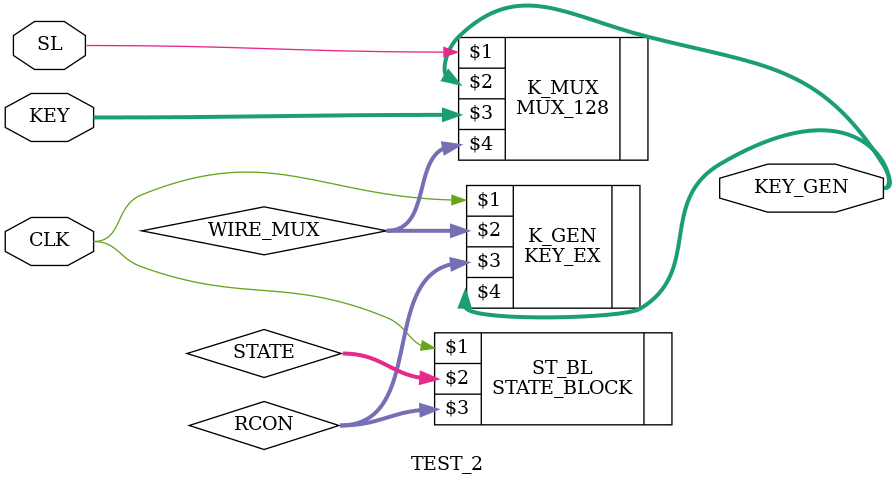
<source format=v>
module TEST_2(
    input CLK,
    input SL,
    input [127:0] KEY,
    output [127:0] KEY_GEN
);
    wire [3:0] STATE;        // Duy trì trạng thái
    wire [31:0] RCON;        // Duy trì RCON
    STATE_BLOCK ST_BL(CLK, STATE, RCON);
    // MUX Lựa chọn KEY
    wire [127:0] WIRE_MUX;   // Đầu ra của MUX
    MUX_128 K_MUX(SL, KEY_GEN, KEY, WIRE_MUX);
    
    // Tạo khóa từ MUX và RCON
    KEY_EX K_GEN(CLK, WIRE_MUX, RCON, KEY_GEN);

endmodule
</source>
